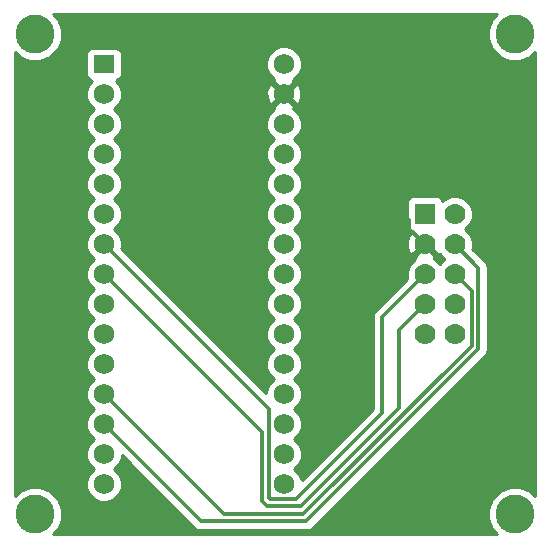
<source format=gbl>
G04 (created by PCBNEW-RS274X (2011-07-19)-testing) date Fri 10 Feb 2012 03:52:09 PM PST*
G01*
G70*
G90*
%MOIN*%
G04 Gerber Fmt 3.4, Leading zero omitted, Abs format*
%FSLAX34Y34*%
G04 APERTURE LIST*
%ADD10C,0.006000*%
%ADD11R,0.069000X0.060000*%
%ADD12C,0.069000*%
%ADD13R,0.070000X0.070000*%
%ADD14C,0.070000*%
%ADD15C,0.130000*%
%ADD16C,0.012000*%
%ADD17C,0.010000*%
G04 APERTURE END LIST*
G54D10*
G54D11*
X48300Y-32000D03*
G54D12*
X48300Y-33000D03*
X48300Y-34000D03*
X48300Y-35000D03*
X48300Y-36000D03*
X48300Y-37000D03*
X48300Y-38000D03*
X48300Y-39000D03*
X48300Y-40000D03*
X48300Y-41000D03*
X48300Y-42000D03*
X48300Y-43000D03*
X48300Y-44000D03*
X48300Y-45000D03*
X48300Y-46000D03*
X54300Y-46000D03*
X54300Y-45000D03*
X54300Y-44000D03*
X54300Y-43000D03*
X54300Y-42000D03*
X54300Y-41000D03*
X54300Y-40000D03*
X54300Y-39000D03*
X54300Y-38000D03*
X54300Y-37000D03*
X54300Y-36000D03*
X54300Y-35000D03*
X54300Y-34000D03*
X54300Y-33000D03*
X54300Y-32000D03*
G54D13*
X59000Y-37000D03*
G54D14*
X60000Y-37000D03*
X59000Y-38000D03*
X60000Y-38000D03*
X59000Y-39000D03*
X60000Y-39000D03*
X59000Y-40000D03*
X60000Y-40000D03*
X59000Y-41000D03*
X60000Y-41000D03*
G54D15*
X62000Y-31000D03*
X62000Y-47000D03*
X46000Y-47000D03*
X46000Y-31000D03*
G54D16*
X52307Y-47007D02*
X48300Y-43000D01*
X54935Y-47007D02*
X52307Y-47007D01*
X60558Y-41384D02*
X54935Y-47007D01*
X60558Y-39558D02*
X60558Y-41384D01*
X60000Y-39000D02*
X60558Y-39558D01*
X60781Y-38781D02*
X60000Y-38000D01*
X60781Y-41494D02*
X60781Y-38781D01*
X55044Y-47231D02*
X60781Y-41494D01*
X51531Y-47231D02*
X55044Y-47231D01*
X48300Y-44000D02*
X51531Y-47231D01*
X57567Y-40433D02*
X59000Y-39000D01*
X57567Y-43636D02*
X57567Y-40433D01*
X54694Y-46509D02*
X57567Y-43636D01*
X53825Y-46509D02*
X54694Y-46509D01*
X53791Y-46475D02*
X53825Y-46509D01*
X53791Y-43491D02*
X53791Y-46475D01*
X48300Y-38000D02*
X53791Y-43491D01*
X53568Y-44268D02*
X48300Y-39000D01*
X53568Y-46568D02*
X53568Y-44268D01*
X53732Y-46732D02*
X53568Y-46568D01*
X54876Y-46732D02*
X53732Y-46732D01*
X58139Y-43469D02*
X54876Y-46732D01*
X58139Y-40861D02*
X58139Y-43469D01*
X59000Y-40000D02*
X58139Y-40861D01*
X58486Y-37486D02*
X59000Y-38000D01*
X58486Y-37186D02*
X58486Y-37486D01*
X54300Y-33000D02*
X58486Y-37186D01*
G54D10*
G36*
X62675Y-46402D02*
X62511Y-46238D01*
X62180Y-46100D01*
X61822Y-46100D01*
X61491Y-46237D01*
X61238Y-46489D01*
X61100Y-46820D01*
X61100Y-47178D01*
X61237Y-47509D01*
X61402Y-47675D01*
X61091Y-47675D01*
X61091Y-41494D01*
X61091Y-38781D01*
X61067Y-38663D01*
X61067Y-38662D01*
X61033Y-38612D01*
X61000Y-38562D01*
X61000Y-38561D01*
X60586Y-38148D01*
X60599Y-38119D01*
X60599Y-37881D01*
X60508Y-37661D01*
X60347Y-37500D01*
X60508Y-37339D01*
X60599Y-37119D01*
X60599Y-36881D01*
X60508Y-36661D01*
X60339Y-36492D01*
X60119Y-36401D01*
X59881Y-36401D01*
X59661Y-36492D01*
X59585Y-36567D01*
X59561Y-36509D01*
X59491Y-36439D01*
X59400Y-36401D01*
X59301Y-36401D01*
X58601Y-36401D01*
X58509Y-36439D01*
X58439Y-36509D01*
X58401Y-36600D01*
X58401Y-36699D01*
X58401Y-37399D01*
X58439Y-37491D01*
X58509Y-37561D01*
X58556Y-37580D01*
X58498Y-37639D01*
X58533Y-37674D01*
X58487Y-37690D01*
X58407Y-37909D01*
X58418Y-38144D01*
X58487Y-38310D01*
X58586Y-38343D01*
X58894Y-38035D01*
X58929Y-38000D01*
X59000Y-37929D01*
X59071Y-38000D01*
X59106Y-38035D01*
X59414Y-38343D01*
X59484Y-38319D01*
X59492Y-38339D01*
X59653Y-38500D01*
X59500Y-38653D01*
X59339Y-38492D01*
X59319Y-38484D01*
X59343Y-38414D01*
X59000Y-38071D01*
X58929Y-38142D01*
X58657Y-38414D01*
X58680Y-38484D01*
X58661Y-38492D01*
X58492Y-38661D01*
X58401Y-38881D01*
X58401Y-39119D01*
X58413Y-39148D01*
X57348Y-40214D01*
X57281Y-40314D01*
X57257Y-40433D01*
X57257Y-43508D01*
X54890Y-45874D01*
X54804Y-45664D01*
X54640Y-45500D01*
X54803Y-45337D01*
X54894Y-45118D01*
X54894Y-44882D01*
X54804Y-44664D01*
X54640Y-44500D01*
X54803Y-44337D01*
X54894Y-44118D01*
X54894Y-43882D01*
X54804Y-43664D01*
X54640Y-43500D01*
X54803Y-43337D01*
X54894Y-43118D01*
X54894Y-42882D01*
X54804Y-42664D01*
X54640Y-42500D01*
X54803Y-42337D01*
X54894Y-42118D01*
X54894Y-41882D01*
X54804Y-41664D01*
X54640Y-41500D01*
X54803Y-41337D01*
X54894Y-41118D01*
X54894Y-40882D01*
X54804Y-40664D01*
X54640Y-40500D01*
X54803Y-40337D01*
X54894Y-40118D01*
X54894Y-39882D01*
X54804Y-39664D01*
X54640Y-39500D01*
X54803Y-39337D01*
X54894Y-39118D01*
X54894Y-38882D01*
X54804Y-38664D01*
X54640Y-38500D01*
X54803Y-38337D01*
X54894Y-38118D01*
X54894Y-37882D01*
X54804Y-37664D01*
X54640Y-37500D01*
X54803Y-37337D01*
X54894Y-37118D01*
X54894Y-36882D01*
X54804Y-36664D01*
X54640Y-36500D01*
X54803Y-36337D01*
X54894Y-36118D01*
X54894Y-35882D01*
X54804Y-35664D01*
X54640Y-35500D01*
X54803Y-35337D01*
X54894Y-35118D01*
X54894Y-34882D01*
X54804Y-34664D01*
X54640Y-34500D01*
X54803Y-34337D01*
X54894Y-34118D01*
X54894Y-33882D01*
X54894Y-32118D01*
X54894Y-31882D01*
X54804Y-31664D01*
X54637Y-31497D01*
X54418Y-31406D01*
X54182Y-31406D01*
X53964Y-31496D01*
X53797Y-31663D01*
X53706Y-31882D01*
X53706Y-32118D01*
X53796Y-32336D01*
X53963Y-32503D01*
X53985Y-32512D01*
X53961Y-32590D01*
X54300Y-32929D01*
X54639Y-32590D01*
X54614Y-32512D01*
X54636Y-32504D01*
X54803Y-32337D01*
X54894Y-32118D01*
X54894Y-33882D01*
X54888Y-33867D01*
X54888Y-33090D01*
X54878Y-32858D01*
X54808Y-32692D01*
X54710Y-32661D01*
X54371Y-33000D01*
X54710Y-33339D01*
X54808Y-33308D01*
X54888Y-33090D01*
X54888Y-33867D01*
X54804Y-33664D01*
X54637Y-33497D01*
X54614Y-33487D01*
X54639Y-33410D01*
X54300Y-33071D01*
X54229Y-33142D01*
X54229Y-33000D01*
X53890Y-32661D01*
X53792Y-32692D01*
X53712Y-32910D01*
X53722Y-33142D01*
X53792Y-33308D01*
X53890Y-33339D01*
X54229Y-33000D01*
X54229Y-33142D01*
X53961Y-33410D01*
X53985Y-33487D01*
X53964Y-33496D01*
X53797Y-33663D01*
X53706Y-33882D01*
X53706Y-34118D01*
X53796Y-34336D01*
X53960Y-34500D01*
X53797Y-34663D01*
X53706Y-34882D01*
X53706Y-35118D01*
X53796Y-35336D01*
X53960Y-35500D01*
X53797Y-35663D01*
X53706Y-35882D01*
X53706Y-36118D01*
X53796Y-36336D01*
X53960Y-36500D01*
X53797Y-36663D01*
X53706Y-36882D01*
X53706Y-37118D01*
X53796Y-37336D01*
X53960Y-37500D01*
X53797Y-37663D01*
X53706Y-37882D01*
X53706Y-38118D01*
X53796Y-38336D01*
X53960Y-38500D01*
X53797Y-38663D01*
X53706Y-38882D01*
X53706Y-39118D01*
X53796Y-39336D01*
X53960Y-39500D01*
X53797Y-39663D01*
X53706Y-39882D01*
X53706Y-40118D01*
X53796Y-40336D01*
X53960Y-40500D01*
X53797Y-40663D01*
X53706Y-40882D01*
X53706Y-41118D01*
X53796Y-41336D01*
X53960Y-41500D01*
X53797Y-41663D01*
X53706Y-41882D01*
X53706Y-42118D01*
X53796Y-42336D01*
X53960Y-42500D01*
X53797Y-42663D01*
X53706Y-42882D01*
X53706Y-42967D01*
X48882Y-38144D01*
X48894Y-38118D01*
X48894Y-37882D01*
X48804Y-37664D01*
X48640Y-37500D01*
X48803Y-37337D01*
X48894Y-37118D01*
X48894Y-36882D01*
X48804Y-36664D01*
X48640Y-36500D01*
X48803Y-36337D01*
X48894Y-36118D01*
X48894Y-35882D01*
X48804Y-35664D01*
X48640Y-35500D01*
X48803Y-35337D01*
X48894Y-35118D01*
X48894Y-34882D01*
X48804Y-34664D01*
X48640Y-34500D01*
X48803Y-34337D01*
X48894Y-34118D01*
X48894Y-33882D01*
X48804Y-33664D01*
X48640Y-33500D01*
X48803Y-33337D01*
X48894Y-33118D01*
X48894Y-32882D01*
X48804Y-32664D01*
X48689Y-32549D01*
X48694Y-32549D01*
X48786Y-32511D01*
X48856Y-32441D01*
X48894Y-32350D01*
X48894Y-32251D01*
X48894Y-31651D01*
X48856Y-31559D01*
X48786Y-31489D01*
X48695Y-31451D01*
X48596Y-31451D01*
X47906Y-31451D01*
X47814Y-31489D01*
X47744Y-31559D01*
X47706Y-31650D01*
X47706Y-31749D01*
X47706Y-32349D01*
X47744Y-32441D01*
X47814Y-32511D01*
X47905Y-32549D01*
X47911Y-32549D01*
X47797Y-32663D01*
X47706Y-32882D01*
X47706Y-33118D01*
X47796Y-33336D01*
X47960Y-33500D01*
X47797Y-33663D01*
X47706Y-33882D01*
X47706Y-34118D01*
X47796Y-34336D01*
X47960Y-34500D01*
X47797Y-34663D01*
X47706Y-34882D01*
X47706Y-35118D01*
X47796Y-35336D01*
X47960Y-35500D01*
X47797Y-35663D01*
X47706Y-35882D01*
X47706Y-36118D01*
X47796Y-36336D01*
X47960Y-36500D01*
X47797Y-36663D01*
X47706Y-36882D01*
X47706Y-37118D01*
X47796Y-37336D01*
X47960Y-37500D01*
X47797Y-37663D01*
X47706Y-37882D01*
X47706Y-38118D01*
X47796Y-38336D01*
X47960Y-38500D01*
X47797Y-38663D01*
X47706Y-38882D01*
X47706Y-39118D01*
X47796Y-39336D01*
X47960Y-39500D01*
X47797Y-39663D01*
X47706Y-39882D01*
X47706Y-40118D01*
X47796Y-40336D01*
X47960Y-40500D01*
X47797Y-40663D01*
X47706Y-40882D01*
X47706Y-41118D01*
X47796Y-41336D01*
X47960Y-41500D01*
X47797Y-41663D01*
X47706Y-41882D01*
X47706Y-42118D01*
X47796Y-42336D01*
X47960Y-42500D01*
X47797Y-42663D01*
X47706Y-42882D01*
X47706Y-43118D01*
X47796Y-43336D01*
X47960Y-43500D01*
X47797Y-43663D01*
X47706Y-43882D01*
X47706Y-44118D01*
X47796Y-44336D01*
X47960Y-44500D01*
X47797Y-44663D01*
X47706Y-44882D01*
X47706Y-45118D01*
X47796Y-45336D01*
X47960Y-45500D01*
X47797Y-45663D01*
X47706Y-45882D01*
X47706Y-46118D01*
X47796Y-46336D01*
X47963Y-46503D01*
X48182Y-46594D01*
X48418Y-46594D01*
X48636Y-46504D01*
X48803Y-46337D01*
X48894Y-46118D01*
X48894Y-45882D01*
X48804Y-45664D01*
X48640Y-45500D01*
X48803Y-45337D01*
X48894Y-45118D01*
X48894Y-45032D01*
X51312Y-47450D01*
X51412Y-47517D01*
X51413Y-47517D01*
X51531Y-47541D01*
X55044Y-47541D01*
X55162Y-47517D01*
X55163Y-47517D01*
X55263Y-47450D01*
X61000Y-41713D01*
X61067Y-41613D01*
X61067Y-41612D01*
X61090Y-41494D01*
X61091Y-41494D01*
X61091Y-47675D01*
X46597Y-47675D01*
X46762Y-47511D01*
X46900Y-47180D01*
X46900Y-46822D01*
X46763Y-46491D01*
X46511Y-46238D01*
X46180Y-46100D01*
X45822Y-46100D01*
X45491Y-46237D01*
X45325Y-46402D01*
X45325Y-31597D01*
X45489Y-31762D01*
X45820Y-31900D01*
X46178Y-31900D01*
X46509Y-31763D01*
X46762Y-31511D01*
X46900Y-31180D01*
X46900Y-30822D01*
X46763Y-30491D01*
X46597Y-30325D01*
X61402Y-30325D01*
X61238Y-30489D01*
X61100Y-30820D01*
X61100Y-31178D01*
X61237Y-31509D01*
X61489Y-31762D01*
X61820Y-31900D01*
X62178Y-31900D01*
X62509Y-31763D01*
X62675Y-31597D01*
X62675Y-46402D01*
X62675Y-46402D01*
G37*
G54D17*
X62675Y-46402D02*
X62511Y-46238D01*
X62180Y-46100D01*
X61822Y-46100D01*
X61491Y-46237D01*
X61238Y-46489D01*
X61100Y-46820D01*
X61100Y-47178D01*
X61237Y-47509D01*
X61402Y-47675D01*
X61091Y-47675D01*
X61091Y-41494D01*
X61091Y-38781D01*
X61067Y-38663D01*
X61067Y-38662D01*
X61033Y-38612D01*
X61000Y-38562D01*
X61000Y-38561D01*
X60586Y-38148D01*
X60599Y-38119D01*
X60599Y-37881D01*
X60508Y-37661D01*
X60347Y-37500D01*
X60508Y-37339D01*
X60599Y-37119D01*
X60599Y-36881D01*
X60508Y-36661D01*
X60339Y-36492D01*
X60119Y-36401D01*
X59881Y-36401D01*
X59661Y-36492D01*
X59585Y-36567D01*
X59561Y-36509D01*
X59491Y-36439D01*
X59400Y-36401D01*
X59301Y-36401D01*
X58601Y-36401D01*
X58509Y-36439D01*
X58439Y-36509D01*
X58401Y-36600D01*
X58401Y-36699D01*
X58401Y-37399D01*
X58439Y-37491D01*
X58509Y-37561D01*
X58556Y-37580D01*
X58498Y-37639D01*
X58533Y-37674D01*
X58487Y-37690D01*
X58407Y-37909D01*
X58418Y-38144D01*
X58487Y-38310D01*
X58586Y-38343D01*
X58894Y-38035D01*
X58929Y-38000D01*
X59000Y-37929D01*
X59071Y-38000D01*
X59106Y-38035D01*
X59414Y-38343D01*
X59484Y-38319D01*
X59492Y-38339D01*
X59653Y-38500D01*
X59500Y-38653D01*
X59339Y-38492D01*
X59319Y-38484D01*
X59343Y-38414D01*
X59000Y-38071D01*
X58929Y-38142D01*
X58657Y-38414D01*
X58680Y-38484D01*
X58661Y-38492D01*
X58492Y-38661D01*
X58401Y-38881D01*
X58401Y-39119D01*
X58413Y-39148D01*
X57348Y-40214D01*
X57281Y-40314D01*
X57257Y-40433D01*
X57257Y-43508D01*
X54890Y-45874D01*
X54804Y-45664D01*
X54640Y-45500D01*
X54803Y-45337D01*
X54894Y-45118D01*
X54894Y-44882D01*
X54804Y-44664D01*
X54640Y-44500D01*
X54803Y-44337D01*
X54894Y-44118D01*
X54894Y-43882D01*
X54804Y-43664D01*
X54640Y-43500D01*
X54803Y-43337D01*
X54894Y-43118D01*
X54894Y-42882D01*
X54804Y-42664D01*
X54640Y-42500D01*
X54803Y-42337D01*
X54894Y-42118D01*
X54894Y-41882D01*
X54804Y-41664D01*
X54640Y-41500D01*
X54803Y-41337D01*
X54894Y-41118D01*
X54894Y-40882D01*
X54804Y-40664D01*
X54640Y-40500D01*
X54803Y-40337D01*
X54894Y-40118D01*
X54894Y-39882D01*
X54804Y-39664D01*
X54640Y-39500D01*
X54803Y-39337D01*
X54894Y-39118D01*
X54894Y-38882D01*
X54804Y-38664D01*
X54640Y-38500D01*
X54803Y-38337D01*
X54894Y-38118D01*
X54894Y-37882D01*
X54804Y-37664D01*
X54640Y-37500D01*
X54803Y-37337D01*
X54894Y-37118D01*
X54894Y-36882D01*
X54804Y-36664D01*
X54640Y-36500D01*
X54803Y-36337D01*
X54894Y-36118D01*
X54894Y-35882D01*
X54804Y-35664D01*
X54640Y-35500D01*
X54803Y-35337D01*
X54894Y-35118D01*
X54894Y-34882D01*
X54804Y-34664D01*
X54640Y-34500D01*
X54803Y-34337D01*
X54894Y-34118D01*
X54894Y-33882D01*
X54894Y-32118D01*
X54894Y-31882D01*
X54804Y-31664D01*
X54637Y-31497D01*
X54418Y-31406D01*
X54182Y-31406D01*
X53964Y-31496D01*
X53797Y-31663D01*
X53706Y-31882D01*
X53706Y-32118D01*
X53796Y-32336D01*
X53963Y-32503D01*
X53985Y-32512D01*
X53961Y-32590D01*
X54300Y-32929D01*
X54639Y-32590D01*
X54614Y-32512D01*
X54636Y-32504D01*
X54803Y-32337D01*
X54894Y-32118D01*
X54894Y-33882D01*
X54888Y-33867D01*
X54888Y-33090D01*
X54878Y-32858D01*
X54808Y-32692D01*
X54710Y-32661D01*
X54371Y-33000D01*
X54710Y-33339D01*
X54808Y-33308D01*
X54888Y-33090D01*
X54888Y-33867D01*
X54804Y-33664D01*
X54637Y-33497D01*
X54614Y-33487D01*
X54639Y-33410D01*
X54300Y-33071D01*
X54229Y-33142D01*
X54229Y-33000D01*
X53890Y-32661D01*
X53792Y-32692D01*
X53712Y-32910D01*
X53722Y-33142D01*
X53792Y-33308D01*
X53890Y-33339D01*
X54229Y-33000D01*
X54229Y-33142D01*
X53961Y-33410D01*
X53985Y-33487D01*
X53964Y-33496D01*
X53797Y-33663D01*
X53706Y-33882D01*
X53706Y-34118D01*
X53796Y-34336D01*
X53960Y-34500D01*
X53797Y-34663D01*
X53706Y-34882D01*
X53706Y-35118D01*
X53796Y-35336D01*
X53960Y-35500D01*
X53797Y-35663D01*
X53706Y-35882D01*
X53706Y-36118D01*
X53796Y-36336D01*
X53960Y-36500D01*
X53797Y-36663D01*
X53706Y-36882D01*
X53706Y-37118D01*
X53796Y-37336D01*
X53960Y-37500D01*
X53797Y-37663D01*
X53706Y-37882D01*
X53706Y-38118D01*
X53796Y-38336D01*
X53960Y-38500D01*
X53797Y-38663D01*
X53706Y-38882D01*
X53706Y-39118D01*
X53796Y-39336D01*
X53960Y-39500D01*
X53797Y-39663D01*
X53706Y-39882D01*
X53706Y-40118D01*
X53796Y-40336D01*
X53960Y-40500D01*
X53797Y-40663D01*
X53706Y-40882D01*
X53706Y-41118D01*
X53796Y-41336D01*
X53960Y-41500D01*
X53797Y-41663D01*
X53706Y-41882D01*
X53706Y-42118D01*
X53796Y-42336D01*
X53960Y-42500D01*
X53797Y-42663D01*
X53706Y-42882D01*
X53706Y-42967D01*
X48882Y-38144D01*
X48894Y-38118D01*
X48894Y-37882D01*
X48804Y-37664D01*
X48640Y-37500D01*
X48803Y-37337D01*
X48894Y-37118D01*
X48894Y-36882D01*
X48804Y-36664D01*
X48640Y-36500D01*
X48803Y-36337D01*
X48894Y-36118D01*
X48894Y-35882D01*
X48804Y-35664D01*
X48640Y-35500D01*
X48803Y-35337D01*
X48894Y-35118D01*
X48894Y-34882D01*
X48804Y-34664D01*
X48640Y-34500D01*
X48803Y-34337D01*
X48894Y-34118D01*
X48894Y-33882D01*
X48804Y-33664D01*
X48640Y-33500D01*
X48803Y-33337D01*
X48894Y-33118D01*
X48894Y-32882D01*
X48804Y-32664D01*
X48689Y-32549D01*
X48694Y-32549D01*
X48786Y-32511D01*
X48856Y-32441D01*
X48894Y-32350D01*
X48894Y-32251D01*
X48894Y-31651D01*
X48856Y-31559D01*
X48786Y-31489D01*
X48695Y-31451D01*
X48596Y-31451D01*
X47906Y-31451D01*
X47814Y-31489D01*
X47744Y-31559D01*
X47706Y-31650D01*
X47706Y-31749D01*
X47706Y-32349D01*
X47744Y-32441D01*
X47814Y-32511D01*
X47905Y-32549D01*
X47911Y-32549D01*
X47797Y-32663D01*
X47706Y-32882D01*
X47706Y-33118D01*
X47796Y-33336D01*
X47960Y-33500D01*
X47797Y-33663D01*
X47706Y-33882D01*
X47706Y-34118D01*
X47796Y-34336D01*
X47960Y-34500D01*
X47797Y-34663D01*
X47706Y-34882D01*
X47706Y-35118D01*
X47796Y-35336D01*
X47960Y-35500D01*
X47797Y-35663D01*
X47706Y-35882D01*
X47706Y-36118D01*
X47796Y-36336D01*
X47960Y-36500D01*
X47797Y-36663D01*
X47706Y-36882D01*
X47706Y-37118D01*
X47796Y-37336D01*
X47960Y-37500D01*
X47797Y-37663D01*
X47706Y-37882D01*
X47706Y-38118D01*
X47796Y-38336D01*
X47960Y-38500D01*
X47797Y-38663D01*
X47706Y-38882D01*
X47706Y-39118D01*
X47796Y-39336D01*
X47960Y-39500D01*
X47797Y-39663D01*
X47706Y-39882D01*
X47706Y-40118D01*
X47796Y-40336D01*
X47960Y-40500D01*
X47797Y-40663D01*
X47706Y-40882D01*
X47706Y-41118D01*
X47796Y-41336D01*
X47960Y-41500D01*
X47797Y-41663D01*
X47706Y-41882D01*
X47706Y-42118D01*
X47796Y-42336D01*
X47960Y-42500D01*
X47797Y-42663D01*
X47706Y-42882D01*
X47706Y-43118D01*
X47796Y-43336D01*
X47960Y-43500D01*
X47797Y-43663D01*
X47706Y-43882D01*
X47706Y-44118D01*
X47796Y-44336D01*
X47960Y-44500D01*
X47797Y-44663D01*
X47706Y-44882D01*
X47706Y-45118D01*
X47796Y-45336D01*
X47960Y-45500D01*
X47797Y-45663D01*
X47706Y-45882D01*
X47706Y-46118D01*
X47796Y-46336D01*
X47963Y-46503D01*
X48182Y-46594D01*
X48418Y-46594D01*
X48636Y-46504D01*
X48803Y-46337D01*
X48894Y-46118D01*
X48894Y-45882D01*
X48804Y-45664D01*
X48640Y-45500D01*
X48803Y-45337D01*
X48894Y-45118D01*
X48894Y-45032D01*
X51312Y-47450D01*
X51412Y-47517D01*
X51413Y-47517D01*
X51531Y-47541D01*
X55044Y-47541D01*
X55162Y-47517D01*
X55163Y-47517D01*
X55263Y-47450D01*
X61000Y-41713D01*
X61067Y-41613D01*
X61067Y-41612D01*
X61090Y-41494D01*
X61091Y-41494D01*
X61091Y-47675D01*
X46597Y-47675D01*
X46762Y-47511D01*
X46900Y-47180D01*
X46900Y-46822D01*
X46763Y-46491D01*
X46511Y-46238D01*
X46180Y-46100D01*
X45822Y-46100D01*
X45491Y-46237D01*
X45325Y-46402D01*
X45325Y-31597D01*
X45489Y-31762D01*
X45820Y-31900D01*
X46178Y-31900D01*
X46509Y-31763D01*
X46762Y-31511D01*
X46900Y-31180D01*
X46900Y-30822D01*
X46763Y-30491D01*
X46597Y-30325D01*
X61402Y-30325D01*
X61238Y-30489D01*
X61100Y-30820D01*
X61100Y-31178D01*
X61237Y-31509D01*
X61489Y-31762D01*
X61820Y-31900D01*
X62178Y-31900D01*
X62509Y-31763D01*
X62675Y-31597D01*
X62675Y-46402D01*
M02*

</source>
